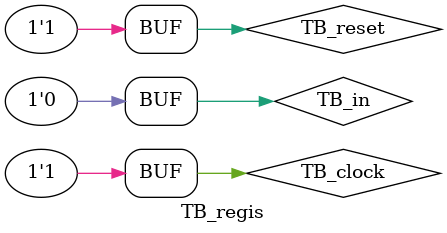
<source format=v>
/*
Testbench para o MODULO registrador deslocador de 4 bits

    module proj_registrador(Q3,Q2,Q1,Q0,in,reset,clock) com:

	 ENTRADAS:
	 in,reset,clock

	 SAÍDAS:
	 Q3,Q2,Q1,Q0
*/



module TB_regis;
 
	reg TB_reset, TB_clock, TB_in;
	wire TB_Q3,TB_Q2,TB_Q1,TB_Q0;


// module proj_registrador(Q3,Q2,Q1,Q0,in,reset,clock) 
   registrador  dut(TB_Q3,TB_Q2,TB_Q1,TB_Q0,TB_in, TB_reset, TB_clock);

	
initial
  begin
	TB_reset = 1'b1;	TB_clock = 1'b0; 	TB_in = 1'b0;	 #20
	TB_reset = 1'b0;	TB_clock = 1'b1; 	TB_in = 1'b0; 	 #20
	TB_reset = 1'b1;	TB_clock = 1'b0; 	TB_in = 1'b1; 	 #20 ;
	TB_reset = 1'b1;	TB_clock = 1'b1; 	TB_in = 1'b1; 	 #20 ;
	TB_reset = 1'b1;	TB_clock = 1'b0; 	TB_in = 1'b0; 	 #20 ;
	TB_reset = 1'b1;	TB_clock = 1'b1; 	TB_in = 1'b0; 	 #20 ;
	TB_reset = 1'b1;	TB_clock = 1'b0; 	TB_in = 1'b0; 	 #20 ;
	TB_reset = 1'b1;	TB_clock = 1'b1; 	TB_in = 1'b0; 	 #20 ;
	TB_reset = 1'b1;	TB_clock = 1'b0; 	TB_in = 1'b0; 	 #20 ;
	TB_reset = 1'b1;	TB_clock = 1'b1; 	TB_in = 1'b0; 	 #20 ;
	TB_reset = 1'b1;	TB_clock = 1'b0; 	TB_in = 1'b0; 	 #20 ;
	TB_reset = 1'b1;	TB_clock = 1'b1; 	TB_in = 1'b0; 	 #20 ;
end


endmodule



</source>
